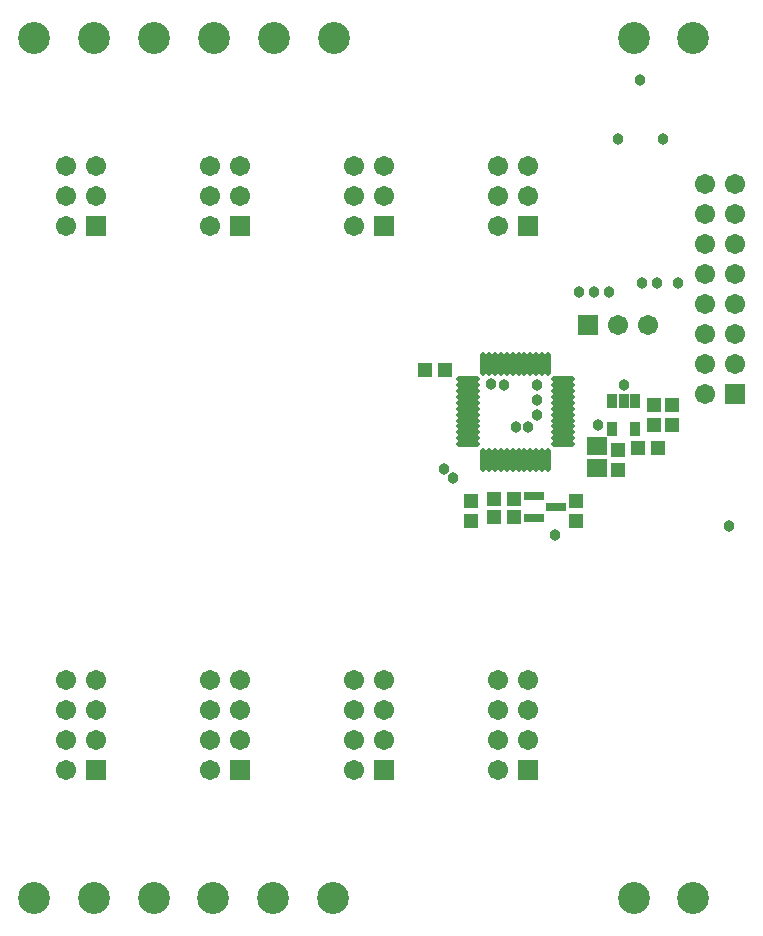
<source format=gbs>
G04*
G04 #@! TF.GenerationSoftware,Altium Limited,Altium Designer,24.5.2 (23)*
G04*
G04 Layer_Color=16711935*
%FSLAX25Y25*%
%MOIN*%
G70*
G04*
G04 #@! TF.SameCoordinates,2268A734-3591-48FF-B187-AB4D2D4595D2*
G04*
G04*
G04 #@! TF.FilePolarity,Negative*
G04*
G01*
G75*
%ADD28R,0.04737X0.05131*%
%ADD29R,0.05131X0.04737*%
%ADD39C,0.10642*%
%ADD40R,0.06706X0.06706*%
%ADD41C,0.06706*%
%ADD42R,0.06706X0.06706*%
%ADD43C,0.03800*%
%ADD60O,0.07887X0.01981*%
%ADD61O,0.01981X0.07887*%
%ADD62R,0.06706X0.03162*%
%ADD63R,0.06706X0.05918*%
%ADD64R,0.03359X0.05131*%
D28*
X204500Y149653D02*
D03*
Y156346D02*
D03*
X169500Y149653D02*
D03*
Y156346D02*
D03*
X218500Y166654D02*
D03*
Y173346D02*
D03*
X230500Y181653D02*
D03*
Y188347D02*
D03*
X236500Y181653D02*
D03*
Y188347D02*
D03*
D29*
X154154Y200000D02*
D03*
X160846D02*
D03*
X183846Y151000D02*
D03*
X177154D02*
D03*
X183846Y157000D02*
D03*
X177154D02*
D03*
X225153Y174000D02*
D03*
X231846D02*
D03*
D39*
X123500Y24000D02*
D03*
X103500D02*
D03*
X83500D02*
D03*
X64000D02*
D03*
X44000D02*
D03*
X24000D02*
D03*
X243692Y310650D02*
D03*
X224008D02*
D03*
X84086D02*
D03*
X104086D02*
D03*
X124086D02*
D03*
X24000D02*
D03*
X44000D02*
D03*
X64000D02*
D03*
X243692Y24000D02*
D03*
X224008D02*
D03*
D40*
X208500Y215000D02*
D03*
D41*
X218500D02*
D03*
X228500D02*
D03*
X178500Y268000D02*
D03*
X188500D02*
D03*
X178500Y258000D02*
D03*
X188500D02*
D03*
X178500Y248000D02*
D03*
X130500Y268000D02*
D03*
X140500D02*
D03*
X130500Y258000D02*
D03*
X140500D02*
D03*
X130500Y248000D02*
D03*
X82500Y268000D02*
D03*
X92500D02*
D03*
X82500Y258000D02*
D03*
X92500D02*
D03*
X82500Y248000D02*
D03*
X34500Y268000D02*
D03*
X44500D02*
D03*
X34500Y258000D02*
D03*
X44500D02*
D03*
X34500Y248000D02*
D03*
X247500Y262000D02*
D03*
X257500D02*
D03*
X247500Y252000D02*
D03*
X257500D02*
D03*
X247500Y242000D02*
D03*
X257500D02*
D03*
X247500Y232000D02*
D03*
X257500D02*
D03*
X247500Y222000D02*
D03*
X257500D02*
D03*
X247500Y212000D02*
D03*
X257500D02*
D03*
X247500Y202000D02*
D03*
X257500D02*
D03*
X247500Y192000D02*
D03*
X130500Y96500D02*
D03*
X140500D02*
D03*
X130500Y86500D02*
D03*
X140500D02*
D03*
X130500Y76500D02*
D03*
X140500D02*
D03*
X130500Y66500D02*
D03*
X178500Y96500D02*
D03*
X188500D02*
D03*
X178500Y86500D02*
D03*
X188500D02*
D03*
X178500Y76500D02*
D03*
X188500D02*
D03*
X178500Y66500D02*
D03*
X82500Y96500D02*
D03*
X92500D02*
D03*
X82500Y86500D02*
D03*
X92500D02*
D03*
X82500Y76500D02*
D03*
X92500D02*
D03*
X82500Y66500D02*
D03*
X34500Y96500D02*
D03*
X44500D02*
D03*
X34500Y86500D02*
D03*
X44500D02*
D03*
X34500Y76500D02*
D03*
X44500D02*
D03*
X34500Y66500D02*
D03*
D42*
X188500Y248000D02*
D03*
X140500D02*
D03*
X92500D02*
D03*
X44500D02*
D03*
X257500Y192000D02*
D03*
X140500Y66500D02*
D03*
X188500D02*
D03*
X92500D02*
D03*
X44500D02*
D03*
D43*
X220500Y195000D02*
D03*
X211877Y181606D02*
D03*
X226056Y296430D02*
D03*
X205621Y225879D02*
D03*
X215621Y225879D02*
D03*
X210500Y226000D02*
D03*
X255500Y148000D02*
D03*
X197500Y145000D02*
D03*
X163500Y164000D02*
D03*
X160500Y167000D02*
D03*
X191500Y195000D02*
D03*
X184500Y181000D02*
D03*
X188500D02*
D03*
X191500Y190000D02*
D03*
Y185000D02*
D03*
X180500Y195000D02*
D03*
X231500Y229000D02*
D03*
X238500D02*
D03*
X176379Y195121D02*
D03*
X226500Y229000D02*
D03*
X233500Y277000D02*
D03*
X218500D02*
D03*
D60*
X200445Y175173D02*
D03*
Y177142D02*
D03*
Y179110D02*
D03*
Y181079D02*
D03*
Y183047D02*
D03*
Y185016D02*
D03*
Y186984D02*
D03*
Y188953D02*
D03*
Y190921D02*
D03*
Y192890D02*
D03*
Y194858D02*
D03*
Y196827D02*
D03*
X168555D02*
D03*
Y194858D02*
D03*
Y192890D02*
D03*
Y190921D02*
D03*
Y188953D02*
D03*
Y186984D02*
D03*
Y185016D02*
D03*
Y183047D02*
D03*
Y181079D02*
D03*
Y179110D02*
D03*
Y177142D02*
D03*
Y175173D02*
D03*
D61*
X195327Y201945D02*
D03*
X193358D02*
D03*
X191390D02*
D03*
X189421D02*
D03*
X187453D02*
D03*
X185484D02*
D03*
X183516D02*
D03*
X181547D02*
D03*
X179579D02*
D03*
X177610D02*
D03*
X175642D02*
D03*
X173673D02*
D03*
Y170055D02*
D03*
X175642D02*
D03*
X177610D02*
D03*
X179579D02*
D03*
X181547D02*
D03*
X183516D02*
D03*
X185484D02*
D03*
X187453D02*
D03*
X189421D02*
D03*
X191390D02*
D03*
X193358D02*
D03*
X195327D02*
D03*
D62*
X190500Y150520D02*
D03*
Y158000D02*
D03*
X197980Y154260D02*
D03*
D63*
X211500Y167260D02*
D03*
Y174740D02*
D03*
D64*
X216760Y189724D02*
D03*
X220500D02*
D03*
X224240D02*
D03*
Y180276D02*
D03*
X216760D02*
D03*
M02*

</source>
